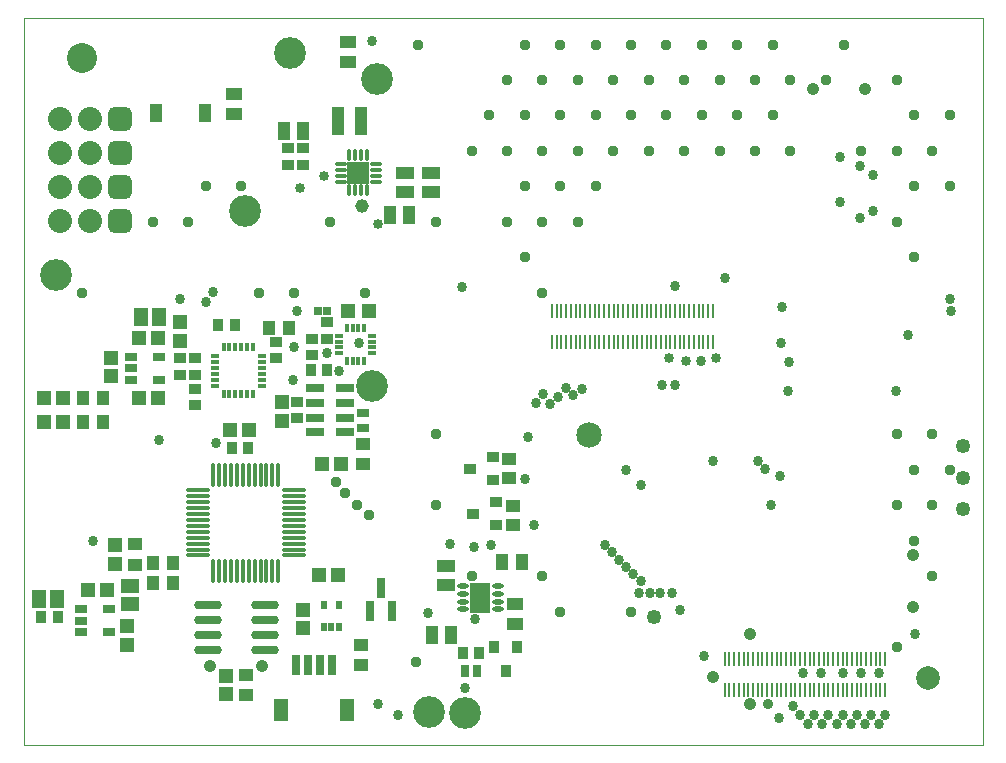
<source format=gts>
%FSAX44Y44*%
%MOMM*%
G71*
G01*
G75*
G04 Layer_Color=8388736*
%ADD10C,0.2540*%
%ADD11C,0.2032*%
%ADD12C,0.5080*%
%ADD13C,0.3048*%
%ADD14C,0.6350*%
%ADD15C,0.3810*%
%ADD16C,0.7620*%
%ADD17R,0.8500X2.3000*%
%ADD18R,1.3000X0.8500*%
%ADD19R,0.2032X1.1430*%
%ADD20R,0.9000X0.8000*%
%ADD21R,1.0000X1.0000*%
%ADD22R,1.0000X1.0000*%
%ADD23R,0.9000X1.0000*%
%ADD24R,0.6000X1.5000*%
%ADD25R,1.0000X0.9000*%
%ADD26R,0.8000X0.9000*%
%ADD27R,0.6000X1.5500*%
%ADD28R,1.2000X1.8000*%
%ADD29O,2.2000X0.6000*%
%ADD30R,0.3500X0.6500*%
%ADD31O,1.8500X0.2650*%
%ADD32O,0.2650X1.8500*%
%ADD33O,1.8500X0.2650*%
%ADD34R,0.3366X0.7112*%
%ADD35R,0.7112X0.3366*%
%ADD36R,1.0160X0.8000*%
%ADD37R,0.9000X0.6500*%
%ADD38R,1.1000X1.4000*%
%ADD39R,1.4000X1.1000*%
%ADD40O,0.8500X0.2800*%
%ADD41O,0.2800X0.8500*%
%ADD42R,1.7000X1.7000*%
%ADD43R,1.4000X0.6000*%
%ADD44R,0.6298X0.2500*%
%ADD45R,0.6298X0.2500*%
%ADD46R,0.2500X0.6298*%
%ADD47R,0.2500X0.6298*%
%ADD48R,1.1000X1.1000*%
%ADD49R,0.5200X0.5200*%
%ADD50R,0.7000X0.9000*%
%ADD51R,0.9500X1.4000*%
%ADD52R,0.6500X0.9000*%
%ADD53R,0.8000X0.9000*%
%ADD54O,0.8500X0.3000*%
%ADD55R,1.6500X2.4000*%
%ADD56R,1.3500X0.9500*%
%ADD57R,0.9000X0.8000*%
%ADD58R,0.9000X0.7000*%
%ADD59R,0.9500X1.3500*%
%ADD60R,0.8500X1.3000*%
%ADD61C,0.5000*%
%ADD62C,0.2000*%
%ADD63C,0.1700*%
%ADD64C,0.4000*%
%ADD65C,0.3000*%
%ADD66C,2.1590*%
%ADD67C,0.1600*%
%ADD68C,0.1524*%
%ADD69C,0.1540*%
%ADD70C,1.0000*%
%ADD71C,2.0000*%
%ADD72C,0.6000*%
%ADD73C,0.7500*%
%ADD74C,0.3500*%
%ADD75C,0.2500*%
%ADD76C,0.5588*%
%ADD77C,0.4500*%
%ADD78C,1.5000*%
%ADD79C,0.0254*%
%ADD80C,2.5400*%
%ADD81C,0.9000*%
%ADD82C,1.8796*%
G04:AMPARAMS|DCode=83|XSize=1.8796mm|YSize=1.8796mm|CornerRadius=0.4699mm|HoleSize=0mm|Usage=FLASHONLY|Rotation=180.000|XOffset=0mm|YOffset=0mm|HoleType=Round|Shape=RoundedRectangle|*
%AMROUNDEDRECTD83*
21,1,1.8796,0.9398,0,0,180.0*
21,1,0.9398,1.8796,0,0,180.0*
1,1,0.9398,-0.4699,0.4699*
1,1,0.9398,0.4699,0.4699*
1,1,0.9398,0.4699,-0.4699*
1,1,0.9398,-0.4699,-0.4699*
%
%ADD83ROUNDEDRECTD83*%
%ADD84C,2.0066*%
%ADD85C,0.8000*%
%ADD86C,0.7112*%
%ADD87C,1.1000*%
%ADD88C,0.7300*%
%ADD89C,0.6900*%
%ADD90C,1.0000*%
%ADD91C,0.5000*%
%ADD92C,0.6600*%
%ADD93R,2.5000X2.0500*%
%ADD94R,2.3000X0.5000*%
%ADD95R,2.0500X2.5000*%
%ADD96R,0.5000X2.3000*%
%ADD97R,1.2000X1.8000*%
%ADD98R,1.8000X1.2000*%
%ADD99R,1.5500X0.6000*%
%ADD100R,1.8000X3.9000*%
%ADD101R,1.3000X4.5000*%
%ADD102R,3.3000X3.3000*%
%ADD103R,0.3000X0.3000*%
%ADD104R,0.5000X0.3000*%
%ADD105R,0.3000X0.3000*%
%ADD106R,0.3000X0.5000*%
%ADD107C,0.1000*%
%ADD108C,0.1500*%
%ADD109C,0.1270*%
%ADD110R,0.7750X0.4500*%
%ADD111R,0.7000X0.7000*%
%ADD112R,0.7000X0.7000*%
%ADD113R,0.7000X0.7000*%
%ADD114R,0.6500X1.0000*%
%ADD115R,0.2766X0.6512*%
%ADD116R,0.6512X0.2766*%
%ADD117O,0.8000X0.2300*%
%ADD118O,0.2300X0.8000*%
%ADD119O,0.8000X0.2500*%
%ADD120R,1.0024X2.4524*%
%ADD121R,1.4524X1.0024*%
%ADD122R,0.2232X1.1630*%
%ADD123R,1.0524X0.9524*%
%ADD124R,1.1524X1.1524*%
%ADD125R,1.1524X1.1524*%
%ADD126R,1.0524X1.1524*%
%ADD127R,0.7524X1.6524*%
%ADD128R,1.1524X1.0524*%
%ADD129R,0.9524X1.0524*%
%ADD130R,0.7020X1.6520*%
%ADD131R,1.3020X1.9020*%
%ADD132O,2.3524X0.7524*%
%ADD133R,0.5024X0.8024*%
%ADD134O,2.0024X0.4174*%
%ADD135O,0.4174X2.0024*%
%ADD136O,2.0024X0.4174*%
%ADD137R,0.4165X0.7912*%
%ADD138R,0.7912X0.4165*%
%ADD139R,1.0524X0.8024*%
%ADD140R,1.2524X1.5524*%
%ADD141R,1.5524X1.2524*%
%ADD142O,0.9900X0.4200*%
%ADD143O,0.4200X0.9900*%
%ADD144R,1.8400X1.8400*%
%ADD145R,1.5524X0.7524*%
%ADD146R,0.6806X0.3008*%
%ADD147R,0.6806X0.3008*%
%ADD148R,0.3008X0.6806*%
%ADD149R,0.3008X0.6806*%
%ADD150R,1.2524X1.2524*%
%ADD151R,0.6724X0.6724*%
%ADD152R,0.8524X1.0524*%
%ADD153R,1.1024X1.5524*%
%ADD154R,0.8024X1.0524*%
%ADD155R,0.9524X1.0524*%
%ADD156O,0.9900X0.4400*%
%ADD157R,1.7900X2.5400*%
%ADD158R,1.5024X1.1024*%
%ADD159R,1.0524X0.9524*%
%ADD160R,1.0524X0.8524*%
%ADD161R,1.1024X1.5024*%
%ADD162R,1.0024X1.4524*%
%ADD163C,2.6924*%
%ADD164C,1.0524*%
%ADD165C,2.0320*%
G04:AMPARAMS|DCode=166|XSize=2.032mm|YSize=2.032mm|CornerRadius=0.5461mm|HoleSize=0mm|Usage=FLASHONLY|Rotation=180.000|XOffset=0mm|YOffset=0mm|HoleType=Round|Shape=RoundedRectangle|*
%AMROUNDEDRECTD166*
21,1,2.0320,0.9398,0,0,180.0*
21,1,0.9398,2.0320,0,0,180.0*
1,1,1.0922,-0.4699,0.4699*
1,1,1.0922,0.4699,0.4699*
1,1,1.0922,0.4699,-0.4699*
1,1,1.0922,-0.4699,-0.4699*
%
%ADD166ROUNDEDRECTD166*%
%ADD167C,0.1524*%
%ADD168C,2.1590*%
%ADD169C,0.9524*%
%ADD170C,0.8636*%
%ADD171C,1.2524*%
%ADD172C,0.8824*%
%ADD173C,0.8424*%
%ADD174C,1.1524*%
%ADD175C,0.6524*%
D36*
X00903223Y00757935D02*
D03*
Y00745235D02*
D03*
D79*
X00616203Y00477266D02*
X01427634Y00477266D01*
X01427634Y01092505D02*
X01427634Y00477266D01*
X00616203Y01092505D02*
X01427634Y01092505D01*
X00616203Y00477266D02*
Y01092505D01*
D80*
X00665163Y01058925D02*
D03*
D84*
X01381252Y00533400D02*
D03*
D120*
X00882043Y01005585D02*
D03*
X00901544D02*
D03*
D121*
X00890524Y01072505D02*
D03*
Y01055506D02*
D03*
X00794004Y01011056D02*
D03*
Y01028055D02*
D03*
X01031494Y00579255D02*
D03*
Y00596255D02*
D03*
D122*
X01341120Y00523747D02*
D03*
X01329182D02*
D03*
X01317243D02*
D03*
X01269238D02*
D03*
X01281176D02*
D03*
X01293114D02*
D03*
X01345184D02*
D03*
X01333246D02*
D03*
X01321308D02*
D03*
X01309115D02*
D03*
X01273301D02*
D03*
X01285240D02*
D03*
X01297177D02*
D03*
X01337310D02*
D03*
X01325117D02*
D03*
X01313179D02*
D03*
X01305305D02*
D03*
X01265173D02*
D03*
X01277112D02*
D03*
X01289303D02*
D03*
X01301241D02*
D03*
X01345184Y00550163D02*
D03*
X01337310D02*
D03*
X01317243D02*
D03*
X01341120D02*
D03*
X01333246D02*
D03*
X01329182D02*
D03*
X01321308D02*
D03*
X01325117D02*
D03*
X01289303D02*
D03*
X01285240D02*
D03*
X01293114D02*
D03*
X01277112D02*
D03*
X01273301D02*
D03*
X01281176D02*
D03*
X01309115D02*
D03*
X01305305D02*
D03*
X01313179D02*
D03*
X01297177D02*
D03*
X01301241D02*
D03*
X01265173D02*
D03*
X01261364D02*
D03*
X01269238D02*
D03*
X01253235D02*
D03*
X01241298D02*
D03*
X01257299D02*
D03*
X01245361D02*
D03*
X01237234D02*
D03*
X01249172D02*
D03*
X01225295D02*
D03*
X01221232D02*
D03*
X01233169D02*
D03*
X01217168D02*
D03*
X01213357D02*
D03*
X01229360D02*
D03*
X01209294D02*
D03*
X01245361Y00523747D02*
D03*
X01241298D02*
D03*
X01249172D02*
D03*
X01233169D02*
D03*
X01229360D02*
D03*
X01237234D02*
D03*
X01261364D02*
D03*
X01253235D02*
D03*
X01257299D02*
D03*
X01217168D02*
D03*
X01221232D02*
D03*
X01213357D02*
D03*
X01209294D02*
D03*
X01225295D02*
D03*
X01199174Y00844589D02*
D03*
Y00818174D02*
D03*
X01195109Y00844589D02*
D03*
Y00818174D02*
D03*
X01191300Y00844589D02*
D03*
Y00818174D02*
D03*
X01187235Y00844589D02*
D03*
Y00818174D02*
D03*
X01183171Y00844589D02*
D03*
Y00818174D02*
D03*
X01179108Y00844589D02*
D03*
Y00818174D02*
D03*
X01175297Y00844589D02*
D03*
Y00818174D02*
D03*
X01171234Y00844589D02*
D03*
Y00818174D02*
D03*
X01167169Y00844589D02*
D03*
Y00818174D02*
D03*
X01163105Y00844589D02*
D03*
Y00818174D02*
D03*
X01159296Y00844589D02*
D03*
Y00818174D02*
D03*
X01155231Y00844589D02*
D03*
Y00818174D02*
D03*
X01151168Y00844589D02*
D03*
Y00818174D02*
D03*
X01147104Y00844589D02*
D03*
Y00818174D02*
D03*
X01143294Y00844589D02*
D03*
Y00818174D02*
D03*
X01139230Y00844589D02*
D03*
Y00818174D02*
D03*
X01135165Y00844589D02*
D03*
Y00818174D02*
D03*
X01131356Y00844589D02*
D03*
Y00818174D02*
D03*
X01127291Y00844589D02*
D03*
Y00818174D02*
D03*
X01123227Y00844589D02*
D03*
Y00818174D02*
D03*
X01119164Y00844589D02*
D03*
Y00818174D02*
D03*
X01115353Y00844589D02*
D03*
Y00818174D02*
D03*
X01111290Y00844589D02*
D03*
Y00818174D02*
D03*
X01107225Y00844589D02*
D03*
Y00818174D02*
D03*
X01103161Y00844589D02*
D03*
Y00818174D02*
D03*
X01099352Y00844589D02*
D03*
Y00818174D02*
D03*
X01095287Y00844589D02*
D03*
Y00818174D02*
D03*
X01091224Y00844589D02*
D03*
Y00818174D02*
D03*
X01087160Y00844589D02*
D03*
Y00818174D02*
D03*
X01083350Y00844589D02*
D03*
Y00818174D02*
D03*
X01079286Y00844589D02*
D03*
Y00818174D02*
D03*
X01075221Y00844589D02*
D03*
Y00818174D02*
D03*
X01071158Y00844589D02*
D03*
Y00818174D02*
D03*
X01067347Y00844589D02*
D03*
Y00818174D02*
D03*
X01063283Y00844589D02*
D03*
Y00818174D02*
D03*
D123*
X00748029Y00804602D02*
D03*
Y00790601D02*
D03*
X00760730Y00804601D02*
D03*
Y00790601D02*
D03*
Y00778651D02*
D03*
Y00764651D02*
D03*
X00847344Y00753475D02*
D03*
Y00767475D02*
D03*
X00872744Y00834786D02*
D03*
Y00820786D02*
D03*
X00860043Y00806786D02*
D03*
Y00820786D02*
D03*
D124*
X00729360Y00821182D02*
D03*
X00713360D02*
D03*
X00729360Y00770382D02*
D03*
X00713360D02*
D03*
X00865760Y00620522D02*
D03*
X00881760D02*
D03*
X00633349Y00750062D02*
D03*
X00649350D02*
D03*
X00806830Y00743712D02*
D03*
X00790829D02*
D03*
X00633349Y00770382D02*
D03*
X00649350D02*
D03*
X00670180Y00607822D02*
D03*
X00686180D02*
D03*
X00868553Y00715146D02*
D03*
X00884554D02*
D03*
D125*
X00689610Y00805052D02*
D03*
Y00789052D02*
D03*
X00834643Y00767475D02*
D03*
Y00751475D02*
D03*
X00703579Y00561721D02*
D03*
Y00577721D02*
D03*
X00693419Y00630302D02*
D03*
Y00646301D02*
D03*
X00787400Y00535812D02*
D03*
Y00519812D02*
D03*
X00748030Y00818811D02*
D03*
Y00834811D02*
D03*
X00852170Y00591692D02*
D03*
Y00575691D02*
D03*
D126*
X00823350Y00830071D02*
D03*
X00840349D02*
D03*
X00742559Y00614171D02*
D03*
X00725560D02*
D03*
X00742560Y00630681D02*
D03*
X00725560D02*
D03*
X00682870Y00750061D02*
D03*
X00665870D02*
D03*
Y00770381D02*
D03*
X00682870D02*
D03*
D127*
X00918210Y00609702D02*
D03*
X00927710Y00590702D02*
D03*
X00908710D02*
D03*
D128*
X00709930Y00646802D02*
D03*
Y00629802D02*
D03*
X00901700Y00561711D02*
D03*
Y00544711D02*
D03*
X00803910Y00536312D02*
D03*
Y00519312D02*
D03*
X00903223Y00715146D02*
D03*
Y00732146D02*
D03*
X01026413Y00718945D02*
D03*
Y00702945D02*
D03*
X01030223Y00679576D02*
D03*
Y00663576D02*
D03*
D129*
X00780400Y00832611D02*
D03*
X00794400D02*
D03*
X00805829Y00728472D02*
D03*
X00791829D02*
D03*
X00630540Y00584962D02*
D03*
X00644540D02*
D03*
D130*
X00866500Y00545042D02*
D03*
X00846500D02*
D03*
X00856500D02*
D03*
X00876500D02*
D03*
D131*
X00833500Y00506541D02*
D03*
X00889500D02*
D03*
D132*
X00772290Y00595121D02*
D03*
Y00582421D02*
D03*
Y00569721D02*
D03*
Y00557021D02*
D03*
X00820290Y00595121D02*
D03*
Y00582421D02*
D03*
Y00569721D02*
D03*
Y00557021D02*
D03*
D133*
X00869800Y00576982D02*
D03*
X00876300D02*
D03*
X00882800D02*
D03*
Y00595482D02*
D03*
X00869800D02*
D03*
D134*
X00844410Y00692472D02*
D03*
Y00687472D02*
D03*
Y00682472D02*
D03*
Y00677472D02*
D03*
Y00672472D02*
D03*
Y00667471D02*
D03*
Y00662472D02*
D03*
Y00657471D02*
D03*
Y00652472D02*
D03*
Y00647471D02*
D03*
Y00642472D02*
D03*
Y00637471D02*
D03*
D135*
X00831410Y00624472D02*
D03*
X00826410D02*
D03*
X00821410D02*
D03*
X00816410D02*
D03*
X00811410D02*
D03*
X00806409D02*
D03*
X00801410D02*
D03*
X00796409D02*
D03*
X00791410D02*
D03*
X00786409D02*
D03*
X00781410D02*
D03*
X00776409D02*
D03*
Y00705472D02*
D03*
X00781410D02*
D03*
X00786409D02*
D03*
X00791410D02*
D03*
X00796409D02*
D03*
X00801410D02*
D03*
X00806409D02*
D03*
X00811410D02*
D03*
X00816410D02*
D03*
X00821410D02*
D03*
X00826410D02*
D03*
X00831410D02*
D03*
D136*
X00763410Y00637471D02*
D03*
Y00642472D02*
D03*
Y00647471D02*
D03*
Y00652472D02*
D03*
Y00657471D02*
D03*
Y00662472D02*
D03*
Y00667471D02*
D03*
Y00672472D02*
D03*
Y00677472D02*
D03*
Y00682472D02*
D03*
Y00687472D02*
D03*
Y00692472D02*
D03*
D137*
X00810059Y00774041D02*
D03*
X00805059D02*
D03*
X00800059D02*
D03*
X00795059D02*
D03*
X00790059D02*
D03*
X00785059D02*
D03*
Y00813541D02*
D03*
X00790059D02*
D03*
X00795059D02*
D03*
X00800059D02*
D03*
X00805059D02*
D03*
X00810059D02*
D03*
D138*
X00777810Y00781291D02*
D03*
Y00786291D02*
D03*
Y00791291D02*
D03*
Y00796291D02*
D03*
Y00801291D02*
D03*
Y00806292D02*
D03*
X00817309D02*
D03*
Y00801291D02*
D03*
Y00796291D02*
D03*
Y00791291D02*
D03*
Y00786291D02*
D03*
Y00781291D02*
D03*
D139*
X00688079Y00591853D02*
D03*
Y00572854D02*
D03*
X00664079D02*
D03*
Y00582354D02*
D03*
Y00591853D02*
D03*
X00730819Y00786282D02*
D03*
Y00805282D02*
D03*
X00706820Y00795782D02*
D03*
Y00805282D02*
D03*
Y00786282D02*
D03*
D140*
X00643770Y00600201D02*
D03*
X00628770D02*
D03*
X00730130Y00838961D02*
D03*
X00715129D02*
D03*
D141*
X00706120Y00611512D02*
D03*
Y00596511D02*
D03*
D142*
X00884410Y00968890D02*
D03*
Y00963890D02*
D03*
Y00958890D02*
D03*
Y00953890D02*
D03*
X00913910D02*
D03*
Y00958890D02*
D03*
Y00963890D02*
D03*
Y00968890D02*
D03*
D143*
X00891660Y00946640D02*
D03*
X00896660D02*
D03*
X00901660D02*
D03*
X00906660D02*
D03*
Y00976140D02*
D03*
X00901660D02*
D03*
X00896660D02*
D03*
X00891660D02*
D03*
D144*
X00899160Y00961390D02*
D03*
D145*
X00887783Y00779225D02*
D03*
Y00766725D02*
D03*
Y00754226D02*
D03*
Y00741726D02*
D03*
X00862784D02*
D03*
Y00754226D02*
D03*
Y00766725D02*
D03*
Y00779225D02*
D03*
D146*
X00911051Y00808575D02*
D03*
Y00823576D02*
D03*
X00882503D02*
D03*
Y00808575D02*
D03*
D147*
X00911051Y00813576D02*
D03*
Y00818575D02*
D03*
X00882503D02*
D03*
Y00813576D02*
D03*
D148*
X00904277Y00801802D02*
D03*
X00889277D02*
D03*
Y00830350D02*
D03*
X00904277D02*
D03*
D149*
X00899277Y00801802D02*
D03*
X00894277D02*
D03*
Y00830350D02*
D03*
X00899277D02*
D03*
D150*
X00908414Y00844296D02*
D03*
X00890414D02*
D03*
D151*
X00864743D02*
D03*
X00872744D02*
D03*
D152*
X00858744Y00794765D02*
D03*
X00872744D02*
D03*
X01001664Y00554735D02*
D03*
X00987663D02*
D03*
D153*
X00769033Y01011936D02*
D03*
X00727534D02*
D03*
D154*
X00989663Y00539606D02*
D03*
X00999663D02*
D03*
D155*
X01023874Y00539655D02*
D03*
X01014373Y00559655D02*
D03*
X01033374D02*
D03*
D156*
X01017033Y00591975D02*
D03*
Y00598475D02*
D03*
Y00604976D02*
D03*
Y00611475D02*
D03*
X00987534D02*
D03*
Y00604976D02*
D03*
Y00598475D02*
D03*
Y00591975D02*
D03*
D157*
X01002283Y00601726D02*
D03*
D158*
X00960374Y00945516D02*
D03*
Y00961516D02*
D03*
X00938783Y00945516D02*
D03*
Y00961516D02*
D03*
X00973074Y00628775D02*
D03*
Y00612775D02*
D03*
D159*
X00993553Y00710946D02*
D03*
X01013553Y00720446D02*
D03*
Y00701445D02*
D03*
X00996094Y00672846D02*
D03*
X01016094Y00682346D02*
D03*
Y00663345D02*
D03*
D160*
X00829564Y00818276D02*
D03*
Y00804276D02*
D03*
X00852423Y00982105D02*
D03*
Y00968105D02*
D03*
X00839724Y00968105D02*
D03*
Y00982105D02*
D03*
D161*
X00961264Y00569976D02*
D03*
X00977263D02*
D03*
X00925704Y00925575D02*
D03*
X00941703D02*
D03*
X00852423Y00996695D02*
D03*
X00836423D02*
D03*
D162*
X01020453Y00632206D02*
D03*
X01037454D02*
D03*
D163*
X00840993Y01062736D02*
D03*
X00802894Y00929386D02*
D03*
X00914653Y01041145D02*
D03*
X00910844Y00780796D02*
D03*
X00642874Y00874775D02*
D03*
X00989584Y00503936D02*
D03*
X00959103Y00505205D02*
D03*
D164*
X01368523Y00637695D02*
D03*
Y00593695D02*
D03*
X01283813Y01032735D02*
D03*
X01327814D02*
D03*
X00817460Y00544282D02*
D03*
X00773459D02*
D03*
X01230883Y00571245D02*
D03*
X01199134Y00534416D02*
D03*
X01230883Y00511555D02*
D03*
D165*
X00672083Y01006855D02*
D03*
X00646683D02*
D03*
X00672083Y00978069D02*
D03*
X00646683D02*
D03*
X00672083Y00949282D02*
D03*
X00646683D02*
D03*
X00672083Y00920495D02*
D03*
X00646683D02*
D03*
D166*
X00697483Y01006855D02*
D03*
Y00978069D02*
D03*
Y00949282D02*
D03*
Y00920495D02*
D03*
D167*
X00665163Y00504465D02*
D03*
D168*
X01094231Y00739393D02*
D03*
D169*
X00947673Y00547116D02*
D03*
X01400000Y01010000D02*
D03*
Y00950000D02*
D03*
Y00710000D02*
D03*
X01370000Y01010000D02*
D03*
X01385000Y00980000D02*
D03*
X01370000Y00950000D02*
D03*
Y00890000D02*
D03*
X01385000Y00740000D02*
D03*
X01370000Y00710000D02*
D03*
X01385000Y00680000D02*
D03*
X01370000Y00650000D02*
D03*
X01385000Y00620000D02*
D03*
X01355000Y01040000D02*
D03*
Y00980000D02*
D03*
Y00920000D02*
D03*
Y00740000D02*
D03*
Y00680000D02*
D03*
Y00560000D02*
D03*
X01310000Y01070000D02*
D03*
X01325000Y00980000D02*
D03*
X01295000Y01040000D02*
D03*
X01250000Y01070000D02*
D03*
X01265000Y01040000D02*
D03*
X01250000Y01010000D02*
D03*
X01265000Y00980000D02*
D03*
X01220000Y01070000D02*
D03*
X01235000Y01040000D02*
D03*
X01220000Y01010000D02*
D03*
X01235000Y00980000D02*
D03*
X01190000Y01070000D02*
D03*
X01205000Y01040000D02*
D03*
X01190000Y01010000D02*
D03*
X01205000Y00980000D02*
D03*
X01160000Y01070000D02*
D03*
X01175000Y01040000D02*
D03*
X01160000Y01010000D02*
D03*
X01175000Y00980000D02*
D03*
X01130000Y01070000D02*
D03*
X01145000Y01040000D02*
D03*
X01130000Y01010000D02*
D03*
X01145000Y00980000D02*
D03*
X01130000Y00590000D02*
D03*
X01100000Y01070000D02*
D03*
X01115000Y01040000D02*
D03*
X01100000Y01010000D02*
D03*
X01115000Y00980000D02*
D03*
X01100000Y00950000D02*
D03*
X01070000Y01070000D02*
D03*
X01085000Y01040000D02*
D03*
X01070000Y01010000D02*
D03*
X01085000Y00980000D02*
D03*
X01070000Y00950000D02*
D03*
X01085000Y00920000D02*
D03*
X01070000Y00590000D02*
D03*
X01040000Y01070000D02*
D03*
X01055000Y01040000D02*
D03*
X01040000Y01010000D02*
D03*
X01055000Y00980000D02*
D03*
X01040000Y00950000D02*
D03*
X01055000Y00920000D02*
D03*
X01040000Y00890000D02*
D03*
X01055000Y00860000D02*
D03*
Y00620000D02*
D03*
X01025000Y01040000D02*
D03*
X01010000Y01010000D02*
D03*
X01025000Y00980000D02*
D03*
Y00920000D02*
D03*
X00995000Y00980000D02*
D03*
Y00620000D02*
D03*
X00950000Y01070000D02*
D03*
X00965000Y00920000D02*
D03*
Y00740000D02*
D03*
Y00680000D02*
D03*
X00905000Y00860000D02*
D03*
X00875000Y00920000D02*
D03*
X00845000Y00860000D02*
D03*
X00800000Y00950000D02*
D03*
X00815000Y00860000D02*
D03*
X00770000Y00950000D02*
D03*
X00755000Y00920000D02*
D03*
X00725000D02*
D03*
X00665000Y00860000D02*
D03*
X00908304Y00671575D02*
D03*
X00880363Y00699516D02*
D03*
X00887983Y00690626D02*
D03*
X00898403Y00680465D02*
D03*
D170*
X00776224Y00860806D02*
D03*
X00748283Y00854455D02*
D03*
X00769874Y00851916D02*
D03*
X00989584Y00525526D02*
D03*
X01256283Y00704595D02*
D03*
X01155954Y00782066D02*
D03*
X01364234Y00823976D02*
D03*
X01401064Y00844296D02*
D03*
X01263904Y00801115D02*
D03*
X01290573Y00538226D02*
D03*
X01309624D02*
D03*
X01324863D02*
D03*
X01340103D02*
D03*
X01275333D02*
D03*
X01237234Y00717296D02*
D03*
X01255014Y00500126D02*
D03*
X01267388Y00509960D02*
D03*
X01273301Y00502665D02*
D03*
X01297177D02*
D03*
X01309115D02*
D03*
X01321308D02*
D03*
X01333246D02*
D03*
X01345184D02*
D03*
X01285240D02*
D03*
X01055623Y00774445D02*
D03*
X01074673Y00779526D02*
D03*
X01125473Y00709676D02*
D03*
X01171193Y00591566D02*
D03*
X01167383Y00782066D02*
D03*
X01164844Y00605536D02*
D03*
X01136904D02*
D03*
X01125952Y00627917D02*
D03*
X01061590Y00765939D02*
D03*
X01081023Y00773176D02*
D03*
X01107619Y00646249D02*
D03*
X01145794Y00605536D02*
D03*
X01132063Y00621806D02*
D03*
X01113730Y00640139D02*
D03*
X01279905Y00495046D02*
D03*
X01292097D02*
D03*
X01304035D02*
D03*
X01315974D02*
D03*
X01327912D02*
D03*
X01340103D02*
D03*
X01049274Y00766825D02*
D03*
X01068324Y00771906D02*
D03*
X01088419Y00778001D02*
D03*
X01138174Y00696975D02*
D03*
X01370583Y00571245D02*
D03*
X01257553Y00848105D02*
D03*
X01248663Y00680465D02*
D03*
X01154684Y00605536D02*
D03*
X01138174Y00615695D02*
D03*
X01119841Y00634028D02*
D03*
X01257050Y00817122D02*
D03*
X01199134Y00717296D02*
D03*
X01188973Y00802385D02*
D03*
X01243584Y00710946D02*
D03*
X01354073Y00776985D02*
D03*
X01042924Y00737616D02*
D03*
X00915923Y00511555D02*
D03*
X00932433Y00502665D02*
D03*
X00778764Y00732535D02*
D03*
X00674370Y00649732D02*
D03*
X01209294Y00872235D02*
D03*
X01399794Y00854455D02*
D03*
X01307083Y00937005D02*
D03*
X01335023Y00929386D02*
D03*
Y00959865D02*
D03*
X01323593Y00967486D02*
D03*
X01307083Y00975106D02*
D03*
X00899414Y00817626D02*
D03*
X00882904Y00793495D02*
D03*
X00872744Y00808736D02*
D03*
X00843533Y00785875D02*
D03*
X00844803Y00813816D02*
D03*
X00847344Y00844296D02*
D03*
X00910844Y01072896D02*
D03*
X00987044Y00864615D02*
D03*
X01040384Y00702056D02*
D03*
X00997204Y00644905D02*
D03*
X00730503Y00735076D02*
D03*
X01047624Y00663576D02*
D03*
X00997582Y00583755D02*
D03*
X00957833Y00589025D02*
D03*
X01167383Y00865885D02*
D03*
X01262634Y00776985D02*
D03*
X01191514Y00552196D02*
D03*
X01011173Y00646176D02*
D03*
X01323593Y00923036D02*
D03*
X00976883Y00647446D02*
D03*
D171*
X01149604Y00585215D02*
D03*
X01411223Y00676656D02*
D03*
Y00703326D02*
D03*
Y00729995D02*
D03*
D172*
X01246124Y00511555D02*
D03*
D173*
X01201674Y00804926D02*
D03*
X01162303D02*
D03*
X01176273Y00802385D02*
D03*
X00915923Y00917955D02*
D03*
X00870203Y00958596D02*
D03*
X00849883Y00948436D02*
D03*
D174*
X00901954Y00933195D02*
D03*
D175*
X01007283Y00609226D02*
D03*
Y00594225D02*
D03*
X01002283Y00601726D02*
D03*
X00997284Y00609226D02*
D03*
Y00594225D02*
D03*
M02*

</source>
